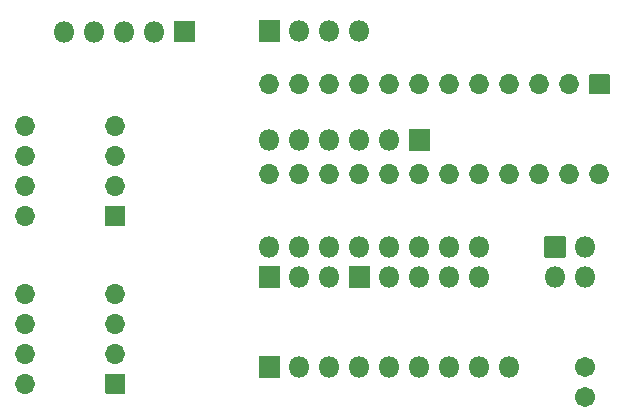
<source format=gts>
G04 #@! TF.GenerationSoftware,KiCad,Pcbnew,(5.1.9)-1*
G04 #@! TF.CreationDate,2023-05-10T20:53:47+01:00*
G04 #@! TF.ProjectId,Memory Decoder,4d656d6f-7279-4204-9465-636f6465722e,Rev001*
G04 #@! TF.SameCoordinates,Original*
G04 #@! TF.FileFunction,Soldermask,Top*
G04 #@! TF.FilePolarity,Negative*
%FSLAX46Y46*%
G04 Gerber Fmt 4.6, Leading zero omitted, Abs format (unit mm)*
G04 Created by KiCad (PCBNEW (5.1.9)-1) date 2023-05-10 20:53:47*
%MOMM*%
%LPD*%
G01*
G04 APERTURE LIST*
%ADD10C,1.702000*%
%ADD11O,1.802000X1.802000*%
%ADD12O,1.702000X1.702000*%
G04 APERTURE END LIST*
D10*
X147315000Y-105255000D03*
X147315000Y-107755000D03*
G36*
G01*
X119730000Y-96694000D02*
X121430000Y-96694000D01*
G75*
G02*
X121481000Y-96745000I0J-51000D01*
G01*
X121481000Y-98445000D01*
G75*
G02*
X121430000Y-98496000I-51000J0D01*
G01*
X119730000Y-98496000D01*
G75*
G02*
X119679000Y-98445000I0J51000D01*
G01*
X119679000Y-96745000D01*
G75*
G02*
X119730000Y-96694000I51000J0D01*
G01*
G37*
D11*
X120580000Y-95055000D03*
X123120000Y-97595000D03*
X123120000Y-95055000D03*
X125660000Y-97595000D03*
X125660000Y-95055000D03*
G36*
G01*
X147720000Y-80424000D02*
X149320000Y-80424000D01*
G75*
G02*
X149371000Y-80475000I0J-51000D01*
G01*
X149371000Y-82075000D01*
G75*
G02*
X149320000Y-82126000I-51000J0D01*
G01*
X147720000Y-82126000D01*
G75*
G02*
X147669000Y-82075000I0J51000D01*
G01*
X147669000Y-80475000D01*
G75*
G02*
X147720000Y-80424000I51000J0D01*
G01*
G37*
D12*
X120580000Y-88895000D03*
X145980000Y-81275000D03*
X123120000Y-88895000D03*
X143440000Y-81275000D03*
X125660000Y-88895000D03*
X140900000Y-81275000D03*
X128200000Y-88895000D03*
X138360000Y-81275000D03*
X130740000Y-88895000D03*
X135820000Y-81275000D03*
X133280000Y-88895000D03*
X133280000Y-81275000D03*
X135820000Y-88895000D03*
X130740000Y-81275000D03*
X138360000Y-88895000D03*
X128200000Y-81275000D03*
X140900000Y-88895000D03*
X125660000Y-81275000D03*
X143440000Y-88895000D03*
X123120000Y-81275000D03*
X145980000Y-88895000D03*
X120580000Y-81275000D03*
X148520000Y-88895000D03*
G36*
G01*
X119730000Y-104314000D02*
X121430000Y-104314000D01*
G75*
G02*
X121481000Y-104365000I0J-51000D01*
G01*
X121481000Y-106065000D01*
G75*
G02*
X121430000Y-106116000I-51000J0D01*
G01*
X119730000Y-106116000D01*
G75*
G02*
X119679000Y-106065000I0J51000D01*
G01*
X119679000Y-104365000D01*
G75*
G02*
X119730000Y-104314000I51000J0D01*
G01*
G37*
D11*
X123120000Y-105215000D03*
X125660000Y-105215000D03*
X128200000Y-105215000D03*
X130740000Y-105215000D03*
X133280000Y-105215000D03*
X135820000Y-105215000D03*
X138360000Y-105215000D03*
X140900000Y-105215000D03*
G36*
G01*
X108366000Y-91650000D02*
X108366000Y-93250000D01*
G75*
G02*
X108315000Y-93301000I-51000J0D01*
G01*
X106715000Y-93301000D01*
G75*
G02*
X106664000Y-93250000I0J51000D01*
G01*
X106664000Y-91650000D01*
G75*
G02*
X106715000Y-91599000I51000J0D01*
G01*
X108315000Y-91599000D01*
G75*
G02*
X108366000Y-91650000I0J-51000D01*
G01*
G37*
D12*
X99895000Y-84830000D03*
X107515000Y-89910000D03*
X99895000Y-87370000D03*
X107515000Y-87370000D03*
X99895000Y-89910000D03*
X107515000Y-84830000D03*
X99895000Y-92450000D03*
G36*
G01*
X108366000Y-105825000D02*
X108366000Y-107425000D01*
G75*
G02*
X108315000Y-107476000I-51000J0D01*
G01*
X106715000Y-107476000D01*
G75*
G02*
X106664000Y-107425000I0J51000D01*
G01*
X106664000Y-105825000D01*
G75*
G02*
X106715000Y-105774000I51000J0D01*
G01*
X108315000Y-105774000D01*
G75*
G02*
X108366000Y-105825000I0J-51000D01*
G01*
G37*
X99895000Y-99005000D03*
X107515000Y-104085000D03*
X99895000Y-101545000D03*
X107515000Y-101545000D03*
X99895000Y-104085000D03*
X107515000Y-99005000D03*
X99895000Y-106625000D03*
G36*
G01*
X112515000Y-75924000D02*
X114215000Y-75924000D01*
G75*
G02*
X114266000Y-75975000I0J-51000D01*
G01*
X114266000Y-77675000D01*
G75*
G02*
X114215000Y-77726000I-51000J0D01*
G01*
X112515000Y-77726000D01*
G75*
G02*
X112464000Y-77675000I0J51000D01*
G01*
X112464000Y-75975000D01*
G75*
G02*
X112515000Y-75924000I51000J0D01*
G01*
G37*
D11*
X110825000Y-76825000D03*
X108285000Y-76825000D03*
X105745000Y-76825000D03*
X103205000Y-76825000D03*
G36*
G01*
X121430000Y-77676000D02*
X119730000Y-77676000D01*
G75*
G02*
X119679000Y-77625000I0J51000D01*
G01*
X119679000Y-75925000D01*
G75*
G02*
X119730000Y-75874000I51000J0D01*
G01*
X121430000Y-75874000D01*
G75*
G02*
X121481000Y-75925000I0J-51000D01*
G01*
X121481000Y-77625000D01*
G75*
G02*
X121430000Y-77676000I-51000J0D01*
G01*
G37*
X123120000Y-76775000D03*
X125660000Y-76775000D03*
X128200000Y-76775000D03*
G36*
G01*
X134130000Y-86906000D02*
X132430000Y-86906000D01*
G75*
G02*
X132379000Y-86855000I0J51000D01*
G01*
X132379000Y-85155000D01*
G75*
G02*
X132430000Y-85104000I51000J0D01*
G01*
X134130000Y-85104000D01*
G75*
G02*
X134181000Y-85155000I0J-51000D01*
G01*
X134181000Y-86855000D01*
G75*
G02*
X134130000Y-86906000I-51000J0D01*
G01*
G37*
X130740000Y-86005000D03*
X128200000Y-86005000D03*
X125660000Y-86005000D03*
X123120000Y-86005000D03*
X120580000Y-86005000D03*
G36*
G01*
X127350000Y-96694000D02*
X129050000Y-96694000D01*
G75*
G02*
X129101000Y-96745000I0J-51000D01*
G01*
X129101000Y-98445000D01*
G75*
G02*
X129050000Y-98496000I-51000J0D01*
G01*
X127350000Y-98496000D01*
G75*
G02*
X127299000Y-98445000I0J51000D01*
G01*
X127299000Y-96745000D01*
G75*
G02*
X127350000Y-96694000I51000J0D01*
G01*
G37*
X128200000Y-95055000D03*
X130740000Y-97595000D03*
X130740000Y-95055000D03*
X133280000Y-97595000D03*
X133280000Y-95055000D03*
X135820000Y-97595000D03*
X135820000Y-95055000D03*
X138360000Y-97595000D03*
X138360000Y-95055000D03*
G36*
G01*
X143895000Y-94154000D02*
X145595000Y-94154000D01*
G75*
G02*
X145646000Y-94205000I0J-51000D01*
G01*
X145646000Y-95905000D01*
G75*
G02*
X145595000Y-95956000I-51000J0D01*
G01*
X143895000Y-95956000D01*
G75*
G02*
X143844000Y-95905000I0J51000D01*
G01*
X143844000Y-94205000D01*
G75*
G02*
X143895000Y-94154000I51000J0D01*
G01*
G37*
X144745000Y-97595000D03*
X147285000Y-95055000D03*
X147285000Y-97595000D03*
M02*

</source>
